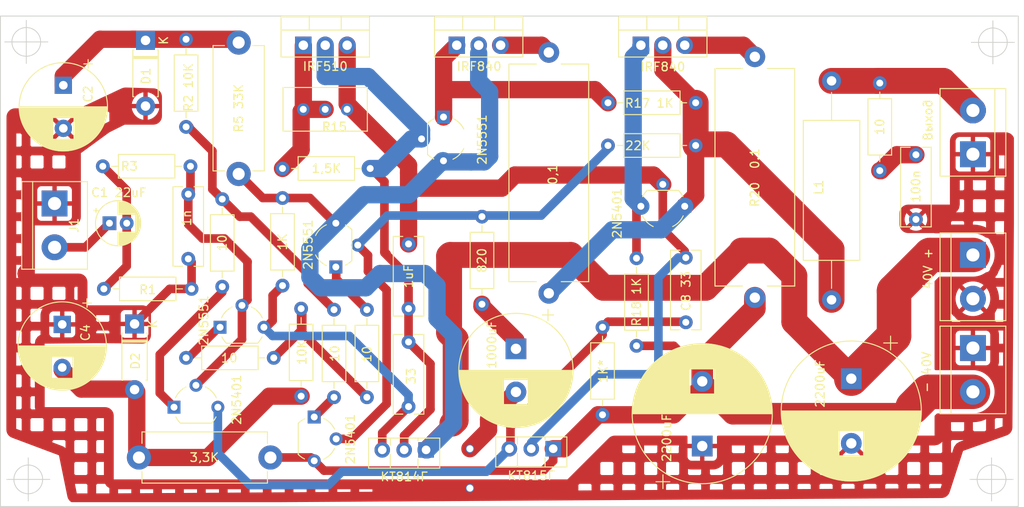
<source format=kicad_pcb>
(kicad_pcb (version 20211014) (generator pcbnew)

  (general
    (thickness 1.6)
  )

  (paper "A4")
  (layers
    (0 "F.Cu" signal)
    (31 "B.Cu" signal)
    (32 "B.Adhes" user "B.Adhesive")
    (33 "F.Adhes" user "F.Adhesive")
    (34 "B.Paste" user)
    (35 "F.Paste" user)
    (36 "B.SilkS" user "B.Silkscreen")
    (37 "F.SilkS" user "F.Silkscreen")
    (38 "B.Mask" user)
    (39 "F.Mask" user)
    (40 "Dwgs.User" user "User.Drawings")
    (41 "Cmts.User" user "User.Comments")
    (42 "Eco1.User" user "User.Eco1")
    (43 "Eco2.User" user "User.Eco2")
    (44 "Edge.Cuts" user)
    (45 "Margin" user)
    (46 "B.CrtYd" user "B.Courtyard")
    (47 "F.CrtYd" user "F.Courtyard")
    (48 "B.Fab" user)
    (49 "F.Fab" user)
    (50 "User.1" user)
    (51 "User.2" user)
    (52 "User.3" user)
    (53 "User.4" user)
    (54 "User.5" user)
    (55 "User.6" user)
    (56 "User.7" user)
    (57 "User.8" user)
    (58 "User.9" user)
  )

  (setup
    (stackup
      (layer "F.SilkS" (type "Top Silk Screen"))
      (layer "F.Paste" (type "Top Solder Paste"))
      (layer "F.Mask" (type "Top Solder Mask") (thickness 0.01))
      (layer "F.Cu" (type "copper") (thickness 0.035))
      (layer "dielectric 1" (type "core") (thickness 1.51) (material "FR4") (epsilon_r 4.5) (loss_tangent 0.02))
      (layer "B.Cu" (type "copper") (thickness 0.035))
      (layer "B.Mask" (type "Bottom Solder Mask") (thickness 0.01))
      (layer "B.Paste" (type "Bottom Solder Paste"))
      (layer "B.SilkS" (type "Bottom Silk Screen"))
      (copper_finish "None")
      (dielectric_constraints no)
    )
    (pad_to_mask_clearance 0.05)
    (pcbplotparams
      (layerselection 0x00010fc_ffffffff)
      (disableapertmacros false)
      (usegerberextensions false)
      (usegerberattributes true)
      (usegerberadvancedattributes true)
      (creategerberjobfile true)
      (svguseinch false)
      (svgprecision 6)
      (excludeedgelayer true)
      (plotframeref false)
      (viasonmask false)
      (mode 1)
      (useauxorigin false)
      (hpglpennumber 1)
      (hpglpenspeed 20)
      (hpglpendiameter 15.000000)
      (dxfpolygonmode true)
      (dxfimperialunits true)
      (dxfusepcbnewfont true)
      (psnegative false)
      (psa4output false)
      (plotreference true)
      (plotvalue true)
      (plotinvisibletext false)
      (sketchpadsonfab false)
      (subtractmaskfromsilk false)
      (outputformat 1)
      (mirror false)
      (drillshape 1)
      (scaleselection 1)
      (outputdirectory "")
    )
  )

  (net 0 "")
  (net 1 "Net-(C1-Pad1)")
  (net 2 "Net-(C1-Pad2)")
  (net 3 "GNDD")
  (net 4 "Net-(C2-Pad1)")
  (net 5 "Net-(C4-Pad2)")
  (net 6 "Net-(C5-Pad1)")
  (net 7 "Net-(C3-Pad1)")
  (net 8 "Net-(C6-Pad1)")
  (net 9 "Net-(C7-Pad2)")
  (net 10 "Net-(C9-Pad2)")
  (net 11 "Net-(C10-Pad1)")
  (net 12 "Net-(C11-Pad1)")
  (net 13 "Net-(J2-Pad2)")
  (net 14 "Net-(L1-Pad1)")
  (net 15 "Net-(R12-Pad1)")
  (net 16 "Net-(R11-Pad2)")
  (net 17 "Net-(R8-Pad1)")
  (net 18 "Net-(R9-Pad2)")
  (net 19 "Net-(R11-Pad1)")
  (net 20 "Net-(R12-Pad2)")
  (net 21 "Net-(R13-Pad1)")
  (net 22 "Net-(R14-Pad2)")
  (net 23 "Net-(R17-Pad1)")
  (net 24 "Net-(R18-Pad1)")
  (net 25 "Net-(R19-Pad1)")
  (net 26 "Net-(R20-Pad1)")
  (net 27 "Net-(C6-Pad2)")
  (net 28 "Net-(C8-Pad2)")

  (footprint "Resistor_THT:R_Axial_DIN0207_L6.3mm_D2.5mm_P10.16mm_Horizontal" (layer "F.Cu") (at 94.234 80.899 -90))

  (footprint "Capacitor_THT:CP_Radial_D16.0mm_P7.50mm" (layer "F.Cu") (at 133.096 96.714 90))

  (footprint "Capacitor_THT:CP_Radial_D5.0mm_P2.00mm" (layer "F.Cu") (at 64.399349 70.866))

  (footprint "Resistor_THT:R_Axial_DIN0614_L14.3mm_D5.7mm_P15.24mm_Horizontal" (layer "F.Cu") (at 79.375 65.151 90))

  (footprint "Resistor_THT:R_Axial_DIN0207_L6.3mm_D2.5mm_P10.16mm_Horizontal" (layer "F.Cu") (at 86.614 80.772 -90))

  (footprint "Resistor_THT:R_Axial_DIN0614_L14.3mm_D5.7mm_P15.24mm_Horizontal" (layer "F.Cu") (at 67.818 98.044))

  (footprint "Resistor_THT:R_Axial_DIN0207_L6.3mm_D2.5mm_P10.16mm_Horizontal" (layer "F.Cu") (at 77.47 68.072 -90))

  (footprint "Package_TO_SOT_THT:TO-220-3_Vertical" (layer "F.Cu") (at 104.648 50.221))

  (footprint "Package_TO_SOT_THT:TO-92_Wide" (layer "F.Cu") (at 88.13 93.345 -90))

  (footprint "Package_TO_SOT_THT:TO-126-3_Vertical" (layer "F.Cu") (at 115.824 97.028 180))

  (footprint "Resistor_THT:R_Axial_DIN0207_L6.3mm_D2.5mm_P10.16mm_Horizontal" (layer "F.Cu") (at 122.174 56.896))

  (footprint "Capacitor_THT:C_Rect_L9.0mm_W3.3mm_P7.50mm_MKT" (layer "F.Cu") (at 157.861 62.925 -90))

  (footprint "Resistor_THT:R_Axial_DIN0207_L6.3mm_D2.5mm_P10.16mm_Horizontal" (layer "F.Cu") (at 90.424 80.899 -90))

  (footprint "Resistor_THT:R_Axial_DIN0207_L6.3mm_D2.5mm_P10.16mm_Horizontal" (layer "F.Cu") (at 73.279 86.487))

  (footprint "Resistor_THT:R_Axial_Power_L25.0mm_W9.0mm_P27.94mm" (layer "F.Cu") (at 115.316 51.054 -90))

  (footprint "Capacitor_THT:CP_Radial_D13.0mm_P5.00mm" (layer "F.Cu") (at 111.506 85.441785 -90))

  (footprint "TerminalBlock:TerminalBlock_bornier-2_P5.08mm" (layer "F.Cu") (at 164.465 74.549 -90))

  (footprint "Resistor_THT:R_Axial_Power_L25.0mm_W9.0mm_P27.94mm" (layer "F.Cu") (at 139.192 51.562 -90))

  (footprint "Capacitor_THT:C_Rect_L9.0mm_W3.3mm_P7.50mm_MKT" (layer "F.Cu") (at 99.06 80.772 90))

  (footprint "Diode_THT:D_DO-41_SOD81_P7.62mm_Horizontal" (layer "F.Cu") (at 68.58 49.657 -90))

  (footprint "TerminalBlock:TerminalBlock_bornier-2_P5.08mm" (layer "F.Cu") (at 164.465 85.344 -90))

  (footprint "Package_TO_SOT_THT:TO-92_Wide" (layer "F.Cu") (at 71.882 92.21))

  (footprint "Package_TO_SOT_THT:TO-220-3_Vertical" (layer "F.Cu") (at 125.984 50.221))

  (footprint "Resistor_THT:R_Axial_DIN0207_L6.3mm_D2.5mm_P10.16mm_Horizontal" (layer "F.Cu") (at 73.787 64.262 180))

  (footprint "Capacitor_THT:C_Rect_L9.0mm_W3.3mm_P7.50mm_MKT" (layer "F.Cu") (at 131.191 74.863 -90))

  (footprint "Inductor_THT:L_Axial_L16.0mm_D6.3mm_P25.40mm_Horizontal_Fastron_VHBCC" (layer "F.Cu") (at 148.082 79.756 90))

  (footprint "Resistor_THT:R_Axial_DIN0207_L6.3mm_D2.5mm_P10.16mm_Horizontal" (layer "F.Cu") (at 107.569 70.104 -90))

  (footprint "Resistor_THT:R_Axial_DIN0207_L6.3mm_D2.5mm_P10.16mm_Horizontal" (layer "F.Cu") (at 73.279 49.53 -90))

  (footprint "Package_TO_SOT_THT:TO-92_Wide" (layer "F.Cu") (at 131.064 68.902 180))

  (footprint "Package_TO_SOT_THT:TO-92_Wide" (layer "F.Cu") (at 103.1085 58.547 -90))

  (footprint "Package_TO_SOT_THT:TO-126-3_Vertical" (layer "F.Cu") (at 101.092 97.161 180))

  (footprint "Capacitor_THT:CP_Radial_D10.0mm_P5.00mm" (layer "F.Cu")
    (tedit 5AE50EF1) (tstamp 9a8b117c-ce23-4410-957e-0bd5bf024606)
    (at 58.928 82.605969 -90)
    (descr "CP, Radial series, Radial, pin pitch=5.00mm, , diameter=10mm, Electrolytic Capacitor")
    (tags "CP Radial series Radial pin pitch 5.00mm  diameter 10mm Electrolytic Capacitor")
    (property "Sheetfile" "умзч-irf510.kicad_sch")
    (property "Sheetname" "")
    (path "/bedaf2ba-d56e-4dfa-96ca-6006e7ff1b78")
    (attr through_hole)
    (fp_text reference "C4" (at 0.960031 -2.6924 -90) (layer "F.SilkS")
      (effects (font (size 1 1) (thickness 0.15)))
      (tstamp aba1c536-d443-42b1-8ec7-4ff007f4a173)
    )
    (fp_text value "470uF" (at 2.5 6.25 -90) (layer "F.Fab")
      (effects (font (size 1 1) (thickness 0.15)))
      (tstamp aec23103-7d69-4f89-add0-bb4d915a7909)
    )
    (fp_text user "${REFERENCE}" (at 2.5 0 -90) (layer "F.Fab")
      (effects (font (size 1 1) (thickness 0.15)))
      (tstamp e2938ef8-84c8-475b-96e6-52b197018c80)
    )
    (fp_line (start 3.701 -4.938) (end 3.701 4.938) (layer "F.SilkS") (width 0.12) (tstamp 00587f9b-0776-4b13-9f16-4a46b4580e2e))
    (fp_line (start 4.141 -4.811) (end 4.141 -1.241) (layer "F.SilkS") (width 0.12) (tstamp 0370d83c-3ea7-4031-82b5-2636567be6b2))
    (fp_line (start 4.181 1.241) (end 4.181 4.797) (layer "F.SilkS") (width 0.12) (tstamp 049dc30d-cd5a-4078-9f1c-d11bf01e8dec))
    (fp_line (start 6.341 -3.347) (end 6.341 3.347) (layer "F.SilkS") (width 0.12) (tstamp 053a563f-9473-404a-9c6a-e638db37fae5))
    (fp_line (start 2.94 -5.062) (end 2.94 5.062) (layer "F.SilkS") (width 0.12) (tstamp 0c756773-aa3c-4089-866f-b147da6b7b7e))
    (fp_line (start 6.941 -2.51) (end 6.941 2.51) (layer "F.SilkS") (width 0.12) (tstamp 0cac6e39-6147-4db0-a577-57cc4fbd6c3e))
    (fp_line (start 7.581 -0.599) (end 7.581 0.599) (layer "F.SilkS") (width 0.12) (tstamp 0ce2d9db-3a2c-4634-a0ec-b5215d80e7c5))
    (fp_line (start 5.181 1.241) (end 5.181 4.323) (layer "F.SilkS") (width 0.12) (tstamp 0e0ce00d-471f-474c-b607-ebda7d27957f))
    (fp_line (start 5.981 -3.716) (end 5.981 -1.241) (layer "F.SilkS") (width 0.12) (tstamp 0ead8c8e-d015-433f-82dd-f48ddf24ad52))
    (fp_line (start 6.541 -3.106) (end 6.541 3.106) (layer "F.SilkS") (width 0.12) (tstamp 14f349e8-35a6-40ae-9b8f-7da0a7209eaf))
    (fp_line (start 5.781 -3.892) (end 5.781 -1.241) (layer "F.SilkS") (width 0.12) (tstamp 15b040e0-906c-4b49-be09-03d43f160ff2))
    (fp_line (start 7.541 -0.862) (end 7.541 0.862) (layer "F.SilkS") (width 0.12) (tstamp 15cbbcd5-7114-4501-b48f-96933ed55664))
    (fp_line (start 6.221 -3.478) (end 6.221 -1.241) (layer "F.SilkS") (width 0.12) (tstamp 15d014e9-d785-49f3-b0c8-249e84f4118e))
    (fp_line (start 3.461 -4.99) (end 3.461 4.99) (layer "F.SilkS") (width 0.12) (tstamp 17bad052-f800-4ba0-a2a7-98dd83e71cfc))
    (fp_line (start 3.341 -5.011) (end 3.341 5.011) (layer "F.SilkS") (width 0.12) (tstamp 1a74fdc0-fffc-4491-9754-52b08e10353c))
    (fp_line (start 3.861 -4.897) (end 3.861 -1.241) (layer "F.SilkS") (width 0.12) (tstamp 1c5d3487-952a-4d8b-a74c-903f49e64292))
    (fp_line (start 5.621 -4.02) (end 5.621 -1.241) (layer "F.SilkS") (width 0.12) (tstamp 1e568246-5f66-489b-9a11-02412597f4cd))
    (fp_line (start 5.101 1.241) (end 5.101 4.371) (layer "F.SilkS") (width 0.12) (tstamp 2230d88e-eff8-4cb4-b113-967396988529))
    (fp_line (start 6.101 -3.601) (end 6.101 -1.241) (layer "F.SilkS") (width 0.12) (tstamp 2277d7ef-1149-476d-bc8f-83fe0e21d571))
    (fp_line (start 5.781 1.241) (end 5.781 3.892) (layer "F.SilkS") (width 0.12) (tstamp 237440db-c3e4-42f0-a866-af27ebde3123))
    (fp_line (start 6.301 -3.392) (end 6.301 3.392) (layer "F.SilkS") (width 0.12) (tstamp 24061462-24fa-453b-8c18-2e59e8363ca0))
    (fp_line (start 3.901 1.241) (end 3.901 4.885) (layer "F.SilkS") (width 0.12) (tstamp 244d756c-2b4e-4ec7-8064-e0a47f98b92f))
    (fp_line (start 5.021 -4.417) (end 5.021 -1.241) (layer "F.SilkS") (width 0.12) (tstamp 2576a558-b3c8-409d-9b33-dfe128b30f9b))
    (fp_line (start -2.979646 -2.875) (end -1.979646 -2.875) (layer "F.SilkS") (width 0.12) (tstamp 25d1ad44-f7d6-479b-afc4-cf6143dc02bb))
    (fp_line (start 7.021 -2.365) (end 7.021 2.365) (layer "F.SilkS") (width 0.12) (tstamp 25da83c6-bc4f-4c15-87b7-ef18f97e5f92))
    (fp_line (start 4.741 1.241) (end 4.741 4.564) (layer "F.SilkS") (width 0.12) (tstamp 29b06bc0-eec6-4aa3-9f0c-edd946ce7316))
    (fp_line (start 4.781 -4.545) (end 4.781 -1.241) (layer "F
... [290783 chars truncated]
</source>
